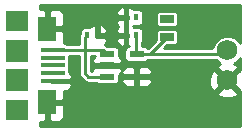
<source format=gtl>
G04 (created by PCBNEW (2013-07-07 BZR 4022)-stable) date 9/16/2014 8:55:03 AM*
%MOIN*%
G04 Gerber Fmt 3.4, Leading zero omitted, Abs format*
%FSLAX34Y34*%
G01*
G70*
G90*
G04 APERTURE LIST*
%ADD10C,0.00590551*%
%ADD11R,0.0748031X0.0748031*%
%ADD12R,0.0748031X0.0708661*%
%ADD13R,0.0629921X0.0826772*%
%ADD14R,0.0787402X0.015748*%
%ADD15C,0.0688976*%
%ADD16R,0.0511811X0.0216535*%
%ADD17R,0.0157X0.0236*%
%ADD18R,0.045X0.025*%
%ADD19C,0.01*%
G04 APERTURE END LIST*
G54D10*
G54D11*
X84500Y-57472D03*
X84500Y-56527D03*
G54D12*
X84500Y-58496D03*
X84500Y-55503D03*
G54D13*
X85503Y-55779D03*
X85503Y-58220D03*
G54D14*
X85681Y-56744D03*
X85681Y-57000D03*
X85681Y-57255D03*
X85681Y-57511D03*
X85681Y-56488D03*
G54D15*
X91500Y-56500D03*
X91500Y-57500D03*
G54D16*
X87500Y-56625D03*
X87500Y-57000D03*
X87500Y-57374D03*
X88484Y-57374D03*
X88484Y-56625D03*
G54D17*
X88477Y-56000D03*
X88123Y-56000D03*
X86823Y-56000D03*
X87177Y-56000D03*
X88477Y-55400D03*
X88123Y-55400D03*
G54D18*
X89500Y-56050D03*
X89500Y-55450D03*
G54D19*
X90874Y-56625D02*
X91374Y-56625D01*
X88900Y-56625D02*
X90874Y-56625D01*
X91374Y-56625D02*
X91500Y-56500D01*
X88484Y-56625D02*
X88900Y-56625D01*
X88900Y-56625D02*
X88924Y-56625D01*
X88924Y-56625D02*
X89500Y-56050D01*
X88477Y-56000D02*
X88477Y-56618D01*
X88477Y-56618D02*
X88484Y-56625D01*
X86750Y-56500D02*
X86750Y-56073D01*
X86750Y-56073D02*
X86823Y-56000D01*
X86750Y-56488D02*
X86750Y-56500D01*
X86750Y-56500D02*
X86750Y-57250D01*
X86874Y-57374D02*
X87500Y-57374D01*
X86750Y-57250D02*
X86874Y-57374D01*
X85681Y-56488D02*
X86750Y-56488D01*
X86750Y-56488D02*
X87362Y-56488D01*
X87362Y-56488D02*
X87500Y-56625D01*
G54D10*
G36*
X91930Y-58983D02*
X91924Y-59010D01*
X91919Y-59018D01*
X91910Y-59025D01*
X91883Y-59030D01*
X91847Y-59030D01*
X91847Y-57918D01*
X91500Y-57570D01*
X91429Y-57641D01*
X91429Y-57500D01*
X91081Y-57152D01*
X90981Y-57185D01*
X90900Y-57407D01*
X90911Y-57643D01*
X90981Y-57814D01*
X91081Y-57847D01*
X91429Y-57500D01*
X91429Y-57641D01*
X91152Y-57918D01*
X91185Y-58018D01*
X91407Y-58099D01*
X91643Y-58088D01*
X91814Y-58018D01*
X91847Y-57918D01*
X91847Y-59030D01*
X88990Y-59030D01*
X88990Y-57486D01*
X88990Y-57261D01*
X88990Y-57215D01*
X88951Y-57123D01*
X88881Y-57053D01*
X88789Y-57015D01*
X88596Y-57015D01*
X88534Y-57078D01*
X88534Y-57324D01*
X88927Y-57324D01*
X88990Y-57261D01*
X88990Y-57486D01*
X88927Y-57424D01*
X88534Y-57424D01*
X88534Y-57669D01*
X88596Y-57732D01*
X88789Y-57732D01*
X88881Y-57694D01*
X88951Y-57624D01*
X88990Y-57532D01*
X88990Y-57486D01*
X88990Y-59030D01*
X88434Y-59030D01*
X88434Y-57669D01*
X88434Y-57424D01*
X88040Y-57424D01*
X87978Y-57486D01*
X87978Y-57532D01*
X88016Y-57624D01*
X88086Y-57694D01*
X88178Y-57732D01*
X88371Y-57732D01*
X88434Y-57669D01*
X88434Y-59030D01*
X86068Y-59030D01*
X86068Y-58683D01*
X86068Y-58332D01*
X86006Y-58270D01*
X85553Y-58270D01*
X85553Y-58821D01*
X85616Y-58883D01*
X85769Y-58883D01*
X85868Y-58883D01*
X85960Y-58845D01*
X86030Y-58775D01*
X86068Y-58683D01*
X86068Y-59030D01*
X85250Y-59030D01*
X85250Y-58883D01*
X85391Y-58883D01*
X85453Y-58821D01*
X85453Y-58270D01*
X85446Y-58270D01*
X85446Y-58170D01*
X85453Y-58170D01*
X85453Y-58162D01*
X85553Y-58162D01*
X85553Y-58170D01*
X86006Y-58170D01*
X86068Y-58107D01*
X86068Y-57840D01*
X86124Y-57840D01*
X86216Y-57802D01*
X86286Y-57731D01*
X86324Y-57640D01*
X86324Y-57613D01*
X86262Y-57551D01*
X85731Y-57551D01*
X85731Y-57557D01*
X85631Y-57557D01*
X85631Y-57551D01*
X85623Y-57551D01*
X85623Y-57484D01*
X86104Y-57484D01*
X86134Y-57472D01*
X86262Y-57472D01*
X86324Y-57409D01*
X86324Y-57383D01*
X86286Y-57291D01*
X86224Y-57229D01*
X86224Y-57147D01*
X86216Y-57127D01*
X86224Y-57108D01*
X86224Y-57049D01*
X86224Y-56891D01*
X86216Y-56872D01*
X86224Y-56852D01*
X86224Y-56793D01*
X86224Y-56688D01*
X86550Y-56688D01*
X86550Y-57250D01*
X86565Y-57326D01*
X86608Y-57391D01*
X86732Y-57515D01*
X86797Y-57558D01*
X86797Y-57558D01*
X86810Y-57561D01*
X86874Y-57574D01*
X87123Y-57574D01*
X87159Y-57609D01*
X87214Y-57632D01*
X87273Y-57632D01*
X87785Y-57632D01*
X87840Y-57609D01*
X87882Y-57567D01*
X87905Y-57512D01*
X87905Y-57452D01*
X87905Y-57311D01*
X87967Y-57250D01*
X87978Y-57224D01*
X87978Y-57261D01*
X88040Y-57324D01*
X88434Y-57324D01*
X88434Y-57078D01*
X88371Y-57015D01*
X88178Y-57015D01*
X88086Y-57053D01*
X88016Y-57123D01*
X88005Y-57149D01*
X88005Y-57112D01*
X87943Y-57050D01*
X87550Y-57050D01*
X87550Y-57057D01*
X87450Y-57057D01*
X87450Y-57050D01*
X87056Y-57050D01*
X86994Y-57112D01*
X86994Y-57158D01*
X87000Y-57174D01*
X86956Y-57174D01*
X86950Y-57167D01*
X86950Y-56688D01*
X87094Y-56688D01*
X87094Y-56688D01*
X87032Y-56749D01*
X86994Y-56841D01*
X86994Y-56887D01*
X87056Y-56950D01*
X87450Y-56950D01*
X87450Y-56942D01*
X87550Y-56942D01*
X87550Y-56950D01*
X87943Y-56950D01*
X88005Y-56887D01*
X88005Y-56841D01*
X87967Y-56749D01*
X87905Y-56688D01*
X87905Y-56488D01*
X87883Y-56432D01*
X87840Y-56390D01*
X87785Y-56367D01*
X87726Y-56367D01*
X87524Y-56367D01*
X87503Y-56346D01*
X87438Y-56303D01*
X87426Y-56300D01*
X87467Y-56259D01*
X87505Y-56167D01*
X87505Y-56068D01*
X87505Y-55931D01*
X87505Y-55832D01*
X87467Y-55740D01*
X87396Y-55669D01*
X87305Y-55631D01*
X87278Y-55632D01*
X87216Y-55694D01*
X87216Y-55950D01*
X87443Y-55950D01*
X87505Y-55887D01*
X87505Y-55931D01*
X87505Y-56068D01*
X87505Y-56112D01*
X87443Y-56050D01*
X87216Y-56050D01*
X87216Y-56057D01*
X87137Y-56057D01*
X87137Y-56050D01*
X87119Y-56050D01*
X87119Y-55950D01*
X87137Y-55950D01*
X87137Y-55694D01*
X87075Y-55632D01*
X87048Y-55631D01*
X86957Y-55669D01*
X86894Y-55731D01*
X86871Y-55731D01*
X86714Y-55731D01*
X86659Y-55754D01*
X86617Y-55796D01*
X86594Y-55852D01*
X86594Y-55911D01*
X86594Y-55952D01*
X86565Y-55996D01*
X86550Y-56073D01*
X86550Y-56288D01*
X86165Y-56288D01*
X86159Y-56282D01*
X86104Y-56259D01*
X86061Y-56259D01*
X86068Y-56242D01*
X86068Y-55316D01*
X86030Y-55224D01*
X85960Y-55154D01*
X85868Y-55116D01*
X85769Y-55116D01*
X85616Y-55116D01*
X85553Y-55178D01*
X85553Y-55729D01*
X86006Y-55729D01*
X86068Y-55667D01*
X86068Y-55316D01*
X86068Y-56242D01*
X86068Y-55892D01*
X86006Y-55829D01*
X85553Y-55829D01*
X85553Y-55837D01*
X85453Y-55837D01*
X85453Y-55829D01*
X85446Y-55829D01*
X85446Y-55729D01*
X85453Y-55729D01*
X85453Y-55178D01*
X85391Y-55116D01*
X85250Y-55116D01*
X85250Y-54969D01*
X91883Y-54969D01*
X91910Y-54974D01*
X91919Y-54981D01*
X91924Y-54989D01*
X91930Y-55016D01*
X91930Y-56246D01*
X91919Y-56220D01*
X91780Y-56081D01*
X91598Y-56005D01*
X91402Y-56005D01*
X91220Y-56080D01*
X91081Y-56219D01*
X91005Y-56401D01*
X91005Y-56425D01*
X90874Y-56425D01*
X89406Y-56425D01*
X89507Y-56325D01*
X89754Y-56325D01*
X89809Y-56302D01*
X89852Y-56260D01*
X89874Y-56204D01*
X89875Y-56145D01*
X89875Y-55895D01*
X89875Y-55545D01*
X89875Y-55295D01*
X89852Y-55240D01*
X89810Y-55197D01*
X89754Y-55175D01*
X89695Y-55174D01*
X89245Y-55174D01*
X89190Y-55197D01*
X89147Y-55239D01*
X89125Y-55295D01*
X89124Y-55354D01*
X89124Y-55604D01*
X89147Y-55659D01*
X89189Y-55702D01*
X89245Y-55724D01*
X89304Y-55725D01*
X89754Y-55725D01*
X89809Y-55702D01*
X89852Y-55660D01*
X89874Y-55604D01*
X89875Y-55545D01*
X89875Y-55895D01*
X89852Y-55840D01*
X89810Y-55797D01*
X89754Y-55775D01*
X89695Y-55774D01*
X89245Y-55774D01*
X89190Y-55797D01*
X89147Y-55839D01*
X89125Y-55895D01*
X89124Y-55954D01*
X89124Y-56142D01*
X88850Y-56416D01*
X88825Y-56390D01*
X88770Y-56367D01*
X88710Y-56367D01*
X88677Y-56367D01*
X88677Y-56208D01*
X88682Y-56203D01*
X88705Y-56147D01*
X88705Y-56088D01*
X88705Y-55852D01*
X88682Y-55797D01*
X88640Y-55754D01*
X88585Y-55732D01*
X88525Y-55731D01*
X88405Y-55731D01*
X88373Y-55700D01*
X88405Y-55668D01*
X88428Y-55668D01*
X88585Y-55668D01*
X88640Y-55645D01*
X88682Y-55603D01*
X88705Y-55547D01*
X88705Y-55488D01*
X88705Y-55252D01*
X88682Y-55197D01*
X88640Y-55154D01*
X88585Y-55132D01*
X88525Y-55131D01*
X88405Y-55131D01*
X88342Y-55069D01*
X88251Y-55031D01*
X88224Y-55032D01*
X88162Y-55094D01*
X88162Y-55350D01*
X88180Y-55350D01*
X88180Y-55450D01*
X88162Y-55450D01*
X88162Y-55694D01*
X88162Y-55705D01*
X88162Y-55950D01*
X88180Y-55950D01*
X88180Y-56050D01*
X88162Y-56050D01*
X88162Y-56305D01*
X88224Y-56367D01*
X88198Y-56367D01*
X88143Y-56390D01*
X88101Y-56432D01*
X88083Y-56474D01*
X88083Y-56305D01*
X88083Y-56050D01*
X88083Y-55950D01*
X88083Y-55705D01*
X88083Y-55694D01*
X88083Y-55450D01*
X88083Y-55350D01*
X88083Y-55094D01*
X88021Y-55032D01*
X87994Y-55031D01*
X87903Y-55069D01*
X87832Y-55140D01*
X87794Y-55232D01*
X87794Y-55331D01*
X87794Y-55287D01*
X87857Y-55350D01*
X88083Y-55350D01*
X88083Y-55450D01*
X87857Y-55450D01*
X87794Y-55512D01*
X87794Y-55468D01*
X87794Y-55567D01*
X87832Y-55659D01*
X87872Y-55700D01*
X87832Y-55740D01*
X87794Y-55832D01*
X87794Y-55931D01*
X87794Y-55887D01*
X87857Y-55950D01*
X88083Y-55950D01*
X88083Y-56050D01*
X87857Y-56050D01*
X87794Y-56112D01*
X87794Y-56068D01*
X87794Y-56167D01*
X87832Y-56259D01*
X87903Y-56330D01*
X87994Y-56368D01*
X88021Y-56368D01*
X88083Y-56305D01*
X88083Y-56474D01*
X88078Y-56487D01*
X88078Y-56547D01*
X88078Y-56763D01*
X88101Y-56819D01*
X88143Y-56861D01*
X88198Y-56884D01*
X88258Y-56884D01*
X88769Y-56884D01*
X88825Y-56861D01*
X88860Y-56825D01*
X88900Y-56825D01*
X88924Y-56825D01*
X90874Y-56825D01*
X91126Y-56825D01*
X91219Y-56918D01*
X91278Y-56943D01*
X91185Y-56981D01*
X91152Y-57081D01*
X91500Y-57429D01*
X91847Y-57081D01*
X91814Y-56981D01*
X91715Y-56945D01*
X91779Y-56919D01*
X91918Y-56780D01*
X91930Y-56753D01*
X91930Y-57156D01*
X91918Y-57152D01*
X91570Y-57500D01*
X91918Y-57847D01*
X91930Y-57843D01*
X91930Y-58983D01*
X91930Y-58983D01*
G37*
G54D19*
X91930Y-58983D02*
X91924Y-59010D01*
X91919Y-59018D01*
X91910Y-59025D01*
X91883Y-59030D01*
X91847Y-59030D01*
X91847Y-57918D01*
X91500Y-57570D01*
X91429Y-57641D01*
X91429Y-57500D01*
X91081Y-57152D01*
X90981Y-57185D01*
X90900Y-57407D01*
X90911Y-57643D01*
X90981Y-57814D01*
X91081Y-57847D01*
X91429Y-57500D01*
X91429Y-57641D01*
X91152Y-57918D01*
X91185Y-58018D01*
X91407Y-58099D01*
X91643Y-58088D01*
X91814Y-58018D01*
X91847Y-57918D01*
X91847Y-59030D01*
X88990Y-59030D01*
X88990Y-57486D01*
X88990Y-57261D01*
X88990Y-57215D01*
X88951Y-57123D01*
X88881Y-57053D01*
X88789Y-57015D01*
X88596Y-57015D01*
X88534Y-57078D01*
X88534Y-57324D01*
X88927Y-57324D01*
X88990Y-57261D01*
X88990Y-57486D01*
X88927Y-57424D01*
X88534Y-57424D01*
X88534Y-57669D01*
X88596Y-57732D01*
X88789Y-57732D01*
X88881Y-57694D01*
X88951Y-57624D01*
X88990Y-57532D01*
X88990Y-57486D01*
X88990Y-59030D01*
X88434Y-59030D01*
X88434Y-57669D01*
X88434Y-57424D01*
X88040Y-57424D01*
X87978Y-57486D01*
X87978Y-57532D01*
X88016Y-57624D01*
X88086Y-57694D01*
X88178Y-57732D01*
X88371Y-57732D01*
X88434Y-57669D01*
X88434Y-59030D01*
X86068Y-59030D01*
X86068Y-58683D01*
X86068Y-58332D01*
X86006Y-58270D01*
X85553Y-58270D01*
X85553Y-58821D01*
X85616Y-58883D01*
X85769Y-58883D01*
X85868Y-58883D01*
X85960Y-58845D01*
X86030Y-58775D01*
X86068Y-58683D01*
X86068Y-59030D01*
X85250Y-59030D01*
X85250Y-58883D01*
X85391Y-58883D01*
X85453Y-58821D01*
X85453Y-58270D01*
X85446Y-58270D01*
X85446Y-58170D01*
X85453Y-58170D01*
X85453Y-58162D01*
X85553Y-58162D01*
X85553Y-58170D01*
X86006Y-58170D01*
X86068Y-58107D01*
X86068Y-57840D01*
X86124Y-57840D01*
X86216Y-57802D01*
X86286Y-57731D01*
X86324Y-57640D01*
X86324Y-57613D01*
X86262Y-57551D01*
X85731Y-57551D01*
X85731Y-57557D01*
X85631Y-57557D01*
X85631Y-57551D01*
X85623Y-57551D01*
X85623Y-57484D01*
X86104Y-57484D01*
X86134Y-57472D01*
X86262Y-57472D01*
X86324Y-57409D01*
X86324Y-57383D01*
X86286Y-57291D01*
X86224Y-57229D01*
X86224Y-57147D01*
X86216Y-57127D01*
X86224Y-57108D01*
X86224Y-57049D01*
X86224Y-56891D01*
X86216Y-56872D01*
X86224Y-56852D01*
X86224Y-56793D01*
X86224Y-56688D01*
X86550Y-56688D01*
X86550Y-57250D01*
X86565Y-57326D01*
X86608Y-57391D01*
X86732Y-57515D01*
X86797Y-57558D01*
X86797Y-57558D01*
X86810Y-57561D01*
X86874Y-57574D01*
X87123Y-57574D01*
X87159Y-57609D01*
X87214Y-57632D01*
X87273Y-57632D01*
X87785Y-57632D01*
X87840Y-57609D01*
X87882Y-57567D01*
X87905Y-57512D01*
X87905Y-57452D01*
X87905Y-57311D01*
X87967Y-57250D01*
X87978Y-57224D01*
X87978Y-57261D01*
X88040Y-57324D01*
X88434Y-57324D01*
X88434Y-57078D01*
X88371Y-57015D01*
X88178Y-57015D01*
X88086Y-57053D01*
X88016Y-57123D01*
X88005Y-57149D01*
X88005Y-57112D01*
X87943Y-57050D01*
X87550Y-57050D01*
X87550Y-57057D01*
X87450Y-57057D01*
X87450Y-57050D01*
X87056Y-57050D01*
X86994Y-57112D01*
X86994Y-57158D01*
X87000Y-57174D01*
X86956Y-57174D01*
X86950Y-57167D01*
X86950Y-56688D01*
X87094Y-56688D01*
X87094Y-56688D01*
X87032Y-56749D01*
X86994Y-56841D01*
X86994Y-56887D01*
X87056Y-56950D01*
X87450Y-56950D01*
X87450Y-56942D01*
X87550Y-56942D01*
X87550Y-56950D01*
X87943Y-56950D01*
X88005Y-56887D01*
X88005Y-56841D01*
X87967Y-56749D01*
X87905Y-56688D01*
X87905Y-56488D01*
X87883Y-56432D01*
X87840Y-56390D01*
X87785Y-56367D01*
X87726Y-56367D01*
X87524Y-56367D01*
X87503Y-56346D01*
X87438Y-56303D01*
X87426Y-56300D01*
X87467Y-56259D01*
X87505Y-56167D01*
X87505Y-56068D01*
X87505Y-55931D01*
X87505Y-55832D01*
X87467Y-55740D01*
X87396Y-55669D01*
X87305Y-55631D01*
X87278Y-55632D01*
X87216Y-55694D01*
X87216Y-55950D01*
X87443Y-55950D01*
X87505Y-55887D01*
X87505Y-55931D01*
X87505Y-56068D01*
X87505Y-56112D01*
X87443Y-56050D01*
X87216Y-56050D01*
X87216Y-56057D01*
X87137Y-56057D01*
X87137Y-56050D01*
X87119Y-56050D01*
X87119Y-55950D01*
X87137Y-55950D01*
X87137Y-55694D01*
X87075Y-55632D01*
X87048Y-55631D01*
X86957Y-55669D01*
X86894Y-55731D01*
X86871Y-55731D01*
X86714Y-55731D01*
X86659Y-55754D01*
X86617Y-55796D01*
X86594Y-55852D01*
X86594Y-55911D01*
X86594Y-55952D01*
X86565Y-55996D01*
X86550Y-56073D01*
X86550Y-56288D01*
X86165Y-56288D01*
X86159Y-56282D01*
X86104Y-56259D01*
X86061Y-56259D01*
X86068Y-56242D01*
X86068Y-55316D01*
X86030Y-55224D01*
X85960Y-55154D01*
X85868Y-55116D01*
X85769Y-55116D01*
X85616Y-55116D01*
X85553Y-55178D01*
X85553Y-55729D01*
X86006Y-55729D01*
X86068Y-55667D01*
X86068Y-55316D01*
X86068Y-56242D01*
X86068Y-55892D01*
X86006Y-55829D01*
X85553Y-55829D01*
X85553Y-55837D01*
X85453Y-55837D01*
X85453Y-55829D01*
X85446Y-55829D01*
X85446Y-55729D01*
X85453Y-55729D01*
X85453Y-55178D01*
X85391Y-55116D01*
X85250Y-55116D01*
X85250Y-54969D01*
X91883Y-54969D01*
X91910Y-54974D01*
X91919Y-54981D01*
X91924Y-54989D01*
X91930Y-55016D01*
X91930Y-56246D01*
X91919Y-56220D01*
X91780Y-56081D01*
X91598Y-56005D01*
X91402Y-56005D01*
X91220Y-56080D01*
X91081Y-56219D01*
X91005Y-56401D01*
X91005Y-56425D01*
X90874Y-56425D01*
X89406Y-56425D01*
X89507Y-56325D01*
X89754Y-56325D01*
X89809Y-56302D01*
X89852Y-56260D01*
X89874Y-56204D01*
X89875Y-56145D01*
X89875Y-55895D01*
X89875Y-55545D01*
X89875Y-55295D01*
X89852Y-55240D01*
X89810Y-55197D01*
X89754Y-55175D01*
X89695Y-55174D01*
X89245Y-55174D01*
X89190Y-55197D01*
X89147Y-55239D01*
X89125Y-55295D01*
X89124Y-55354D01*
X89124Y-55604D01*
X89147Y-55659D01*
X89189Y-55702D01*
X89245Y-55724D01*
X89304Y-55725D01*
X89754Y-55725D01*
X89809Y-55702D01*
X89852Y-55660D01*
X89874Y-55604D01*
X89875Y-55545D01*
X89875Y-55895D01*
X89852Y-55840D01*
X89810Y-55797D01*
X89754Y-55775D01*
X89695Y-55774D01*
X89245Y-55774D01*
X89190Y-55797D01*
X89147Y-55839D01*
X89125Y-55895D01*
X89124Y-55954D01*
X89124Y-56142D01*
X88850Y-56416D01*
X88825Y-56390D01*
X88770Y-56367D01*
X88710Y-56367D01*
X88677Y-56367D01*
X88677Y-56208D01*
X88682Y-56203D01*
X88705Y-56147D01*
X88705Y-56088D01*
X88705Y-55852D01*
X88682Y-55797D01*
X88640Y-55754D01*
X88585Y-55732D01*
X88525Y-55731D01*
X88405Y-55731D01*
X88373Y-55700D01*
X88405Y-55668D01*
X88428Y-55668D01*
X88585Y-55668D01*
X88640Y-55645D01*
X88682Y-55603D01*
X88705Y-55547D01*
X88705Y-55488D01*
X88705Y-55252D01*
X88682Y-55197D01*
X88640Y-55154D01*
X88585Y-55132D01*
X88525Y-55131D01*
X88405Y-55131D01*
X88342Y-55069D01*
X88251Y-55031D01*
X88224Y-55032D01*
X88162Y-55094D01*
X88162Y-55350D01*
X88180Y-55350D01*
X88180Y-55450D01*
X88162Y-55450D01*
X88162Y-55694D01*
X88162Y-55705D01*
X88162Y-55950D01*
X88180Y-55950D01*
X88180Y-56050D01*
X88162Y-56050D01*
X88162Y-56305D01*
X88224Y-56367D01*
X88198Y-56367D01*
X88143Y-56390D01*
X88101Y-56432D01*
X88083Y-56474D01*
X88083Y-56305D01*
X88083Y-56050D01*
X88083Y-55950D01*
X88083Y-55705D01*
X88083Y-55694D01*
X88083Y-55450D01*
X88083Y-55350D01*
X88083Y-55094D01*
X88021Y-55032D01*
X87994Y-55031D01*
X87903Y-55069D01*
X87832Y-55140D01*
X87794Y-55232D01*
X87794Y-55331D01*
X87794Y-55287D01*
X87857Y-55350D01*
X88083Y-55350D01*
X88083Y-55450D01*
X87857Y-55450D01*
X87794Y-55512D01*
X87794Y-55468D01*
X87794Y-55567D01*
X87832Y-55659D01*
X87872Y-55700D01*
X87832Y-55740D01*
X87794Y-55832D01*
X87794Y-55931D01*
X87794Y-55887D01*
X87857Y-55950D01*
X88083Y-55950D01*
X88083Y-56050D01*
X87857Y-56050D01*
X87794Y-56112D01*
X87794Y-56068D01*
X87794Y-56167D01*
X87832Y-56259D01*
X87903Y-56330D01*
X87994Y-56368D01*
X88021Y-56368D01*
X88083Y-56305D01*
X88083Y-56474D01*
X88078Y-56487D01*
X88078Y-56547D01*
X88078Y-56763D01*
X88101Y-56819D01*
X88143Y-56861D01*
X88198Y-56884D01*
X88258Y-56884D01*
X88769Y-56884D01*
X88825Y-56861D01*
X88860Y-56825D01*
X88900Y-56825D01*
X88924Y-56825D01*
X90874Y-56825D01*
X91126Y-56825D01*
X91219Y-56918D01*
X91278Y-56943D01*
X91185Y-56981D01*
X91152Y-57081D01*
X91500Y-57429D01*
X91847Y-57081D01*
X91814Y-56981D01*
X91715Y-56945D01*
X91779Y-56919D01*
X91918Y-56780D01*
X91930Y-56753D01*
X91930Y-57156D01*
X91918Y-57152D01*
X91570Y-57500D01*
X91918Y-57847D01*
X91930Y-57843D01*
X91930Y-58983D01*
M02*

</source>
